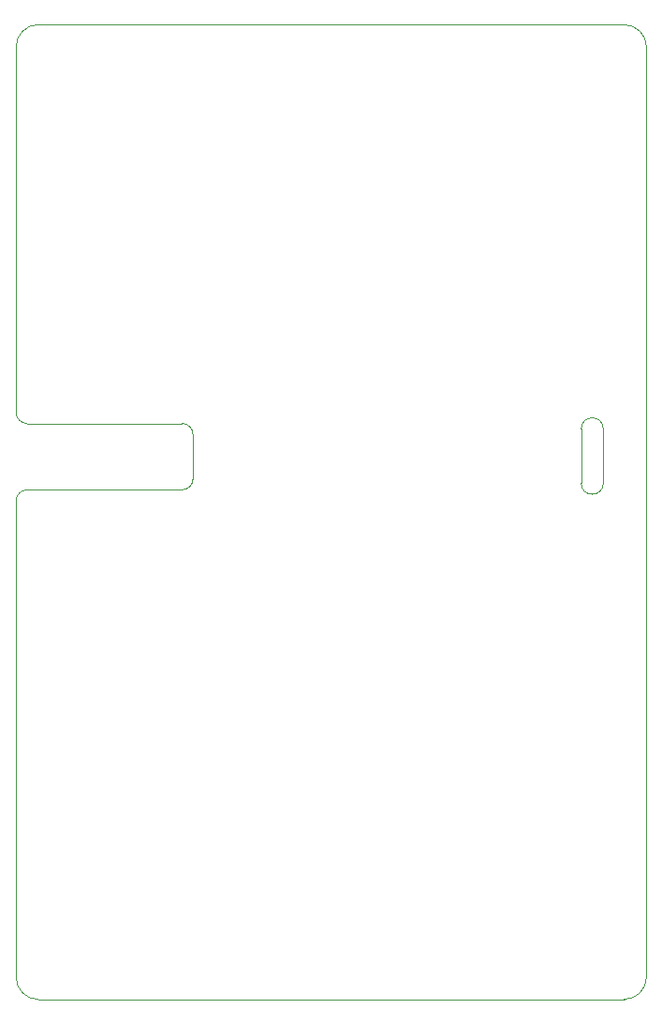
<source format=gbr>
%TF.GenerationSoftware,KiCad,Pcbnew,8.0.8*%
%TF.CreationDate,2025-01-27T11:12:39+01:00*%
%TF.ProjectId,ares-parachute-board,61726573-2d70-4617-9261-63687574652d,rev?*%
%TF.SameCoordinates,Original*%
%TF.FileFunction,Profile,NP*%
%FSLAX46Y46*%
G04 Gerber Fmt 4.6, Leading zero omitted, Abs format (unit mm)*
G04 Created by KiCad (PCBNEW 8.0.8) date 2025-01-27 11:12:39*
%MOMM*%
%LPD*%
G01*
G04 APERTURE LIST*
%TA.AperFunction,Profile*%
%ADD10C,0.050000*%
%TD*%
G04 APERTURE END LIST*
D10*
X53100000Y46600008D02*
G75*
G02*
X51100000Y46600008I-1000000J0D01*
G01*
X53100000Y51500008D02*
X53100000Y46600008D01*
X51100000Y46600008D02*
X51100000Y51500008D01*
X15000000Y52000008D02*
X1000000Y52000008D01*
X16000006Y51000008D02*
X16000006Y47000008D01*
X57000006Y2000008D02*
G75*
G02*
X55000006Y-6I-2000006J-8D01*
G01*
X6Y86000008D02*
G75*
G02*
X2000006Y87999994I1999994J-8D01*
G01*
X1000000Y52000008D02*
G75*
G02*
X8Y53000008I0J999992D01*
G01*
X16000000Y47000008D02*
G75*
G02*
X15000000Y46000000I-1000000J-8D01*
G01*
X15000000Y46000008D02*
X1000000Y46000008D01*
X55000006Y88000008D02*
G75*
G02*
X57000008Y86000008I-6J-2000008D01*
G01*
X55000006Y8D02*
X2000006Y8D01*
X55000006Y88000008D02*
X2000006Y88000008D01*
X6Y86000008D02*
X0Y53000008D01*
X15000000Y52000008D02*
G75*
G02*
X16000008Y51000008I0J-1000008D01*
G01*
X0Y45000008D02*
G75*
G02*
X1000000Y46000000I1000000J-8D01*
G01*
X2000006Y8D02*
G75*
G02*
X8Y2000008I-6J1999992D01*
G01*
X51100000Y51500008D02*
G75*
G02*
X53100000Y51500008I1000000J0D01*
G01*
X6Y45000008D02*
X6Y2000008D01*
X57000006Y2000008D02*
X57000006Y86000008D01*
M02*

</source>
